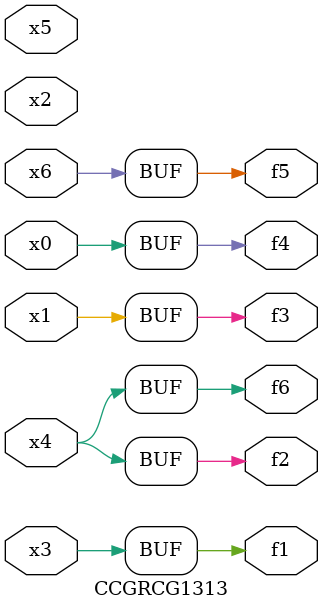
<source format=v>
module CCGRCG1313(
	input x0, x1, x2, x3, x4, x5, x6,
	output f1, f2, f3, f4, f5, f6
);
	assign f1 = x3;
	assign f2 = x4;
	assign f3 = x1;
	assign f4 = x0;
	assign f5 = x6;
	assign f6 = x4;
endmodule

</source>
